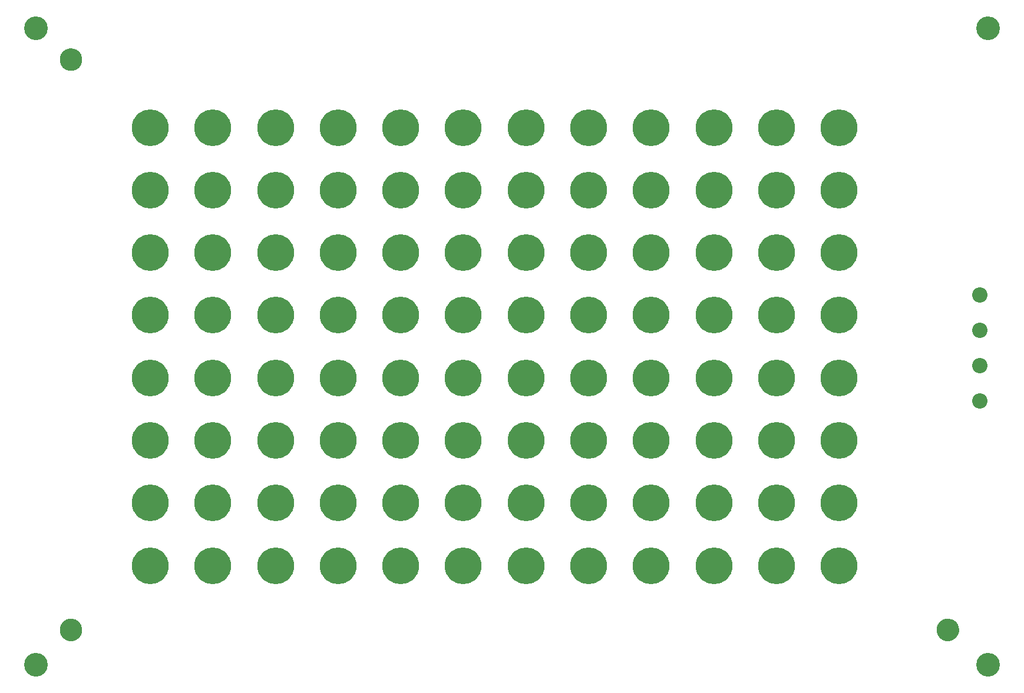
<source format=gts>
G75*
%MOIN*%
%OFA0B0*%
%FSLAX25Y25*%
%IPPOS*%
%LPD*%
%AMOC8*
5,1,8,0,0,1.08239X$1,22.5*
%
%ADD10C,0.20800*%
%ADD11C,0.13398*%
%ADD12C,0.08600*%
%ADD13C,0.04800*%
%ADD14C,0.08674*%
D10*
X0130197Y0112661D03*
X0165630Y0112661D03*
X0201063Y0112661D03*
X0236496Y0112661D03*
X0271929Y0112661D03*
X0307362Y0112661D03*
X0342795Y0112661D03*
X0378228Y0112661D03*
X0413661Y0112661D03*
X0449094Y0112661D03*
X0484528Y0112661D03*
X0519961Y0112661D03*
X0519961Y0148094D03*
X0484528Y0148094D03*
X0449094Y0148094D03*
X0413661Y0148094D03*
X0378228Y0148094D03*
X0342795Y0148094D03*
X0307362Y0148094D03*
X0271929Y0148094D03*
X0236496Y0148094D03*
X0201063Y0148094D03*
X0165630Y0148094D03*
X0130197Y0148094D03*
X0130197Y0183528D03*
X0165630Y0183528D03*
X0201063Y0183528D03*
X0236496Y0183528D03*
X0271929Y0183528D03*
X0307362Y0183528D03*
X0342795Y0183528D03*
X0378228Y0183528D03*
X0413661Y0183528D03*
X0449094Y0183528D03*
X0484528Y0183528D03*
X0519961Y0183528D03*
X0519961Y0218961D03*
X0484528Y0218961D03*
X0449094Y0218961D03*
X0413661Y0218961D03*
X0378228Y0218961D03*
X0342795Y0218961D03*
X0307362Y0218961D03*
X0271929Y0218961D03*
X0236496Y0218961D03*
X0201063Y0218961D03*
X0165630Y0218961D03*
X0130197Y0218961D03*
X0130197Y0254394D03*
X0165630Y0254394D03*
X0201063Y0254394D03*
X0236496Y0254394D03*
X0271929Y0254394D03*
X0307362Y0254394D03*
X0342795Y0254394D03*
X0378228Y0254394D03*
X0413661Y0254394D03*
X0449094Y0254394D03*
X0484528Y0254394D03*
X0519961Y0254394D03*
X0519961Y0289827D03*
X0484528Y0289827D03*
X0449094Y0289827D03*
X0413661Y0289827D03*
X0378228Y0289827D03*
X0342795Y0289827D03*
X0307362Y0289827D03*
X0271929Y0289827D03*
X0236496Y0289827D03*
X0201063Y0289827D03*
X0165630Y0289827D03*
X0130197Y0289827D03*
X0130197Y0325260D03*
X0165630Y0325260D03*
X0201063Y0325260D03*
X0236496Y0325260D03*
X0271929Y0325260D03*
X0307362Y0325260D03*
X0342795Y0325260D03*
X0378228Y0325260D03*
X0413661Y0325260D03*
X0449094Y0325260D03*
X0484528Y0325260D03*
X0519961Y0325260D03*
X0519961Y0360693D03*
X0484528Y0360693D03*
X0449094Y0360693D03*
X0413661Y0360693D03*
X0378228Y0360693D03*
X0342795Y0360693D03*
X0307362Y0360693D03*
X0271929Y0360693D03*
X0236496Y0360693D03*
X0201063Y0360693D03*
X0165630Y0360693D03*
X0130197Y0360693D03*
D11*
X0065709Y0056598D03*
X0065709Y0416756D03*
X0604134Y0416756D03*
X0604134Y0056598D03*
D12*
X0579488Y0076283D02*
X0579490Y0076371D01*
X0579496Y0076459D01*
X0579506Y0076547D01*
X0579520Y0076635D01*
X0579537Y0076721D01*
X0579559Y0076807D01*
X0579584Y0076891D01*
X0579614Y0076975D01*
X0579646Y0077057D01*
X0579683Y0077137D01*
X0579723Y0077216D01*
X0579767Y0077293D01*
X0579814Y0077368D01*
X0579864Y0077440D01*
X0579918Y0077511D01*
X0579974Y0077578D01*
X0580034Y0077644D01*
X0580096Y0077706D01*
X0580162Y0077766D01*
X0580229Y0077822D01*
X0580300Y0077876D01*
X0580372Y0077926D01*
X0580447Y0077973D01*
X0580524Y0078017D01*
X0580603Y0078057D01*
X0580683Y0078094D01*
X0580765Y0078126D01*
X0580849Y0078156D01*
X0580933Y0078181D01*
X0581019Y0078203D01*
X0581105Y0078220D01*
X0581193Y0078234D01*
X0581281Y0078244D01*
X0581369Y0078250D01*
X0581457Y0078252D01*
X0581545Y0078250D01*
X0581633Y0078244D01*
X0581721Y0078234D01*
X0581809Y0078220D01*
X0581895Y0078203D01*
X0581981Y0078181D01*
X0582065Y0078156D01*
X0582149Y0078126D01*
X0582231Y0078094D01*
X0582311Y0078057D01*
X0582390Y0078017D01*
X0582467Y0077973D01*
X0582542Y0077926D01*
X0582614Y0077876D01*
X0582685Y0077822D01*
X0582752Y0077766D01*
X0582818Y0077706D01*
X0582880Y0077644D01*
X0582940Y0077578D01*
X0582996Y0077511D01*
X0583050Y0077440D01*
X0583100Y0077368D01*
X0583147Y0077293D01*
X0583191Y0077216D01*
X0583231Y0077137D01*
X0583268Y0077057D01*
X0583300Y0076975D01*
X0583330Y0076891D01*
X0583355Y0076807D01*
X0583377Y0076721D01*
X0583394Y0076635D01*
X0583408Y0076547D01*
X0583418Y0076459D01*
X0583424Y0076371D01*
X0583426Y0076283D01*
X0583424Y0076195D01*
X0583418Y0076107D01*
X0583408Y0076019D01*
X0583394Y0075931D01*
X0583377Y0075845D01*
X0583355Y0075759D01*
X0583330Y0075675D01*
X0583300Y0075591D01*
X0583268Y0075509D01*
X0583231Y0075429D01*
X0583191Y0075350D01*
X0583147Y0075273D01*
X0583100Y0075198D01*
X0583050Y0075126D01*
X0582996Y0075055D01*
X0582940Y0074988D01*
X0582880Y0074922D01*
X0582818Y0074860D01*
X0582752Y0074800D01*
X0582685Y0074744D01*
X0582614Y0074690D01*
X0582542Y0074640D01*
X0582467Y0074593D01*
X0582390Y0074549D01*
X0582311Y0074509D01*
X0582231Y0074472D01*
X0582149Y0074440D01*
X0582065Y0074410D01*
X0581981Y0074385D01*
X0581895Y0074363D01*
X0581809Y0074346D01*
X0581721Y0074332D01*
X0581633Y0074322D01*
X0581545Y0074316D01*
X0581457Y0074314D01*
X0581369Y0074316D01*
X0581281Y0074322D01*
X0581193Y0074332D01*
X0581105Y0074346D01*
X0581019Y0074363D01*
X0580933Y0074385D01*
X0580849Y0074410D01*
X0580765Y0074440D01*
X0580683Y0074472D01*
X0580603Y0074509D01*
X0580524Y0074549D01*
X0580447Y0074593D01*
X0580372Y0074640D01*
X0580300Y0074690D01*
X0580229Y0074744D01*
X0580162Y0074800D01*
X0580096Y0074860D01*
X0580034Y0074922D01*
X0579974Y0074988D01*
X0579918Y0075055D01*
X0579864Y0075126D01*
X0579814Y0075198D01*
X0579767Y0075273D01*
X0579723Y0075350D01*
X0579683Y0075429D01*
X0579646Y0075509D01*
X0579614Y0075591D01*
X0579584Y0075675D01*
X0579559Y0075759D01*
X0579537Y0075845D01*
X0579520Y0075931D01*
X0579506Y0076019D01*
X0579496Y0076107D01*
X0579490Y0076195D01*
X0579488Y0076283D01*
X0083425Y0076283D02*
X0083427Y0076371D01*
X0083433Y0076459D01*
X0083443Y0076547D01*
X0083457Y0076635D01*
X0083474Y0076721D01*
X0083496Y0076807D01*
X0083521Y0076891D01*
X0083551Y0076975D01*
X0083583Y0077057D01*
X0083620Y0077137D01*
X0083660Y0077216D01*
X0083704Y0077293D01*
X0083751Y0077368D01*
X0083801Y0077440D01*
X0083855Y0077511D01*
X0083911Y0077578D01*
X0083971Y0077644D01*
X0084033Y0077706D01*
X0084099Y0077766D01*
X0084166Y0077822D01*
X0084237Y0077876D01*
X0084309Y0077926D01*
X0084384Y0077973D01*
X0084461Y0078017D01*
X0084540Y0078057D01*
X0084620Y0078094D01*
X0084702Y0078126D01*
X0084786Y0078156D01*
X0084870Y0078181D01*
X0084956Y0078203D01*
X0085042Y0078220D01*
X0085130Y0078234D01*
X0085218Y0078244D01*
X0085306Y0078250D01*
X0085394Y0078252D01*
X0085482Y0078250D01*
X0085570Y0078244D01*
X0085658Y0078234D01*
X0085746Y0078220D01*
X0085832Y0078203D01*
X0085918Y0078181D01*
X0086002Y0078156D01*
X0086086Y0078126D01*
X0086168Y0078094D01*
X0086248Y0078057D01*
X0086327Y0078017D01*
X0086404Y0077973D01*
X0086479Y0077926D01*
X0086551Y0077876D01*
X0086622Y0077822D01*
X0086689Y0077766D01*
X0086755Y0077706D01*
X0086817Y0077644D01*
X0086877Y0077578D01*
X0086933Y0077511D01*
X0086987Y0077440D01*
X0087037Y0077368D01*
X0087084Y0077293D01*
X0087128Y0077216D01*
X0087168Y0077137D01*
X0087205Y0077057D01*
X0087237Y0076975D01*
X0087267Y0076891D01*
X0087292Y0076807D01*
X0087314Y0076721D01*
X0087331Y0076635D01*
X0087345Y0076547D01*
X0087355Y0076459D01*
X0087361Y0076371D01*
X0087363Y0076283D01*
X0087361Y0076195D01*
X0087355Y0076107D01*
X0087345Y0076019D01*
X0087331Y0075931D01*
X0087314Y0075845D01*
X0087292Y0075759D01*
X0087267Y0075675D01*
X0087237Y0075591D01*
X0087205Y0075509D01*
X0087168Y0075429D01*
X0087128Y0075350D01*
X0087084Y0075273D01*
X0087037Y0075198D01*
X0086987Y0075126D01*
X0086933Y0075055D01*
X0086877Y0074988D01*
X0086817Y0074922D01*
X0086755Y0074860D01*
X0086689Y0074800D01*
X0086622Y0074744D01*
X0086551Y0074690D01*
X0086479Y0074640D01*
X0086404Y0074593D01*
X0086327Y0074549D01*
X0086248Y0074509D01*
X0086168Y0074472D01*
X0086086Y0074440D01*
X0086002Y0074410D01*
X0085918Y0074385D01*
X0085832Y0074363D01*
X0085746Y0074346D01*
X0085658Y0074332D01*
X0085570Y0074322D01*
X0085482Y0074316D01*
X0085394Y0074314D01*
X0085306Y0074316D01*
X0085218Y0074322D01*
X0085130Y0074332D01*
X0085042Y0074346D01*
X0084956Y0074363D01*
X0084870Y0074385D01*
X0084786Y0074410D01*
X0084702Y0074440D01*
X0084620Y0074472D01*
X0084540Y0074509D01*
X0084461Y0074549D01*
X0084384Y0074593D01*
X0084309Y0074640D01*
X0084237Y0074690D01*
X0084166Y0074744D01*
X0084099Y0074800D01*
X0084033Y0074860D01*
X0083971Y0074922D01*
X0083911Y0074988D01*
X0083855Y0075055D01*
X0083801Y0075126D01*
X0083751Y0075198D01*
X0083704Y0075273D01*
X0083660Y0075350D01*
X0083620Y0075429D01*
X0083583Y0075509D01*
X0083551Y0075591D01*
X0083521Y0075675D01*
X0083496Y0075759D01*
X0083474Y0075845D01*
X0083457Y0075931D01*
X0083443Y0076019D01*
X0083433Y0076107D01*
X0083427Y0076195D01*
X0083425Y0076283D01*
X0083425Y0399118D02*
X0083427Y0399206D01*
X0083433Y0399294D01*
X0083443Y0399382D01*
X0083457Y0399470D01*
X0083474Y0399556D01*
X0083496Y0399642D01*
X0083521Y0399726D01*
X0083551Y0399810D01*
X0083583Y0399892D01*
X0083620Y0399972D01*
X0083660Y0400051D01*
X0083704Y0400128D01*
X0083751Y0400203D01*
X0083801Y0400275D01*
X0083855Y0400346D01*
X0083911Y0400413D01*
X0083971Y0400479D01*
X0084033Y0400541D01*
X0084099Y0400601D01*
X0084166Y0400657D01*
X0084237Y0400711D01*
X0084309Y0400761D01*
X0084384Y0400808D01*
X0084461Y0400852D01*
X0084540Y0400892D01*
X0084620Y0400929D01*
X0084702Y0400961D01*
X0084786Y0400991D01*
X0084870Y0401016D01*
X0084956Y0401038D01*
X0085042Y0401055D01*
X0085130Y0401069D01*
X0085218Y0401079D01*
X0085306Y0401085D01*
X0085394Y0401087D01*
X0085482Y0401085D01*
X0085570Y0401079D01*
X0085658Y0401069D01*
X0085746Y0401055D01*
X0085832Y0401038D01*
X0085918Y0401016D01*
X0086002Y0400991D01*
X0086086Y0400961D01*
X0086168Y0400929D01*
X0086248Y0400892D01*
X0086327Y0400852D01*
X0086404Y0400808D01*
X0086479Y0400761D01*
X0086551Y0400711D01*
X0086622Y0400657D01*
X0086689Y0400601D01*
X0086755Y0400541D01*
X0086817Y0400479D01*
X0086877Y0400413D01*
X0086933Y0400346D01*
X0086987Y0400275D01*
X0087037Y0400203D01*
X0087084Y0400128D01*
X0087128Y0400051D01*
X0087168Y0399972D01*
X0087205Y0399892D01*
X0087237Y0399810D01*
X0087267Y0399726D01*
X0087292Y0399642D01*
X0087314Y0399556D01*
X0087331Y0399470D01*
X0087345Y0399382D01*
X0087355Y0399294D01*
X0087361Y0399206D01*
X0087363Y0399118D01*
X0087361Y0399030D01*
X0087355Y0398942D01*
X0087345Y0398854D01*
X0087331Y0398766D01*
X0087314Y0398680D01*
X0087292Y0398594D01*
X0087267Y0398510D01*
X0087237Y0398426D01*
X0087205Y0398344D01*
X0087168Y0398264D01*
X0087128Y0398185D01*
X0087084Y0398108D01*
X0087037Y0398033D01*
X0086987Y0397961D01*
X0086933Y0397890D01*
X0086877Y0397823D01*
X0086817Y0397757D01*
X0086755Y0397695D01*
X0086689Y0397635D01*
X0086622Y0397579D01*
X0086551Y0397525D01*
X0086479Y0397475D01*
X0086404Y0397428D01*
X0086327Y0397384D01*
X0086248Y0397344D01*
X0086168Y0397307D01*
X0086086Y0397275D01*
X0086002Y0397245D01*
X0085918Y0397220D01*
X0085832Y0397198D01*
X0085746Y0397181D01*
X0085658Y0397167D01*
X0085570Y0397157D01*
X0085482Y0397151D01*
X0085394Y0397149D01*
X0085306Y0397151D01*
X0085218Y0397157D01*
X0085130Y0397167D01*
X0085042Y0397181D01*
X0084956Y0397198D01*
X0084870Y0397220D01*
X0084786Y0397245D01*
X0084702Y0397275D01*
X0084620Y0397307D01*
X0084540Y0397344D01*
X0084461Y0397384D01*
X0084384Y0397428D01*
X0084309Y0397475D01*
X0084237Y0397525D01*
X0084166Y0397579D01*
X0084099Y0397635D01*
X0084033Y0397695D01*
X0083971Y0397757D01*
X0083911Y0397823D01*
X0083855Y0397890D01*
X0083801Y0397961D01*
X0083751Y0398033D01*
X0083704Y0398108D01*
X0083660Y0398185D01*
X0083620Y0398264D01*
X0083583Y0398344D01*
X0083551Y0398426D01*
X0083521Y0398510D01*
X0083496Y0398594D01*
X0083474Y0398680D01*
X0083457Y0398766D01*
X0083443Y0398854D01*
X0083433Y0398942D01*
X0083427Y0399030D01*
X0083425Y0399118D01*
D13*
X0085394Y0399118D03*
X0085394Y0076283D03*
X0581457Y0076283D03*
D14*
X0599469Y0205826D03*
X0599469Y0225826D03*
X0599469Y0245826D03*
X0599469Y0265826D03*
M02*

</source>
